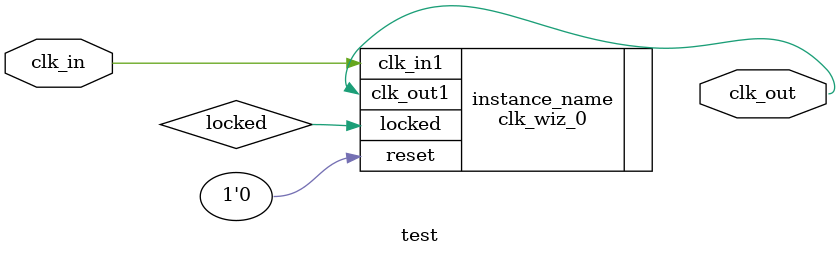
<source format=v>
`timescale 1ns / 1ps


module test(
	input clk_in ,
	output clk_out 
    );
    //INTERNAL VARIABLE DECLARATION
    
    //REGS
    
    //WIRES
    
    //MAIN CODE
      clk_wiz_0 instance_name
   (
    // Clock out ports
    .clk_out1(clk_out),     // output clk_out1
    // Status and control signals
    .reset(1'b0), // input reset
    .locked(locked),       // output locked
   // Clock in ports
    .clk_in1(clk_in)
    );      // input clk_in1
    
endmodule

</source>
